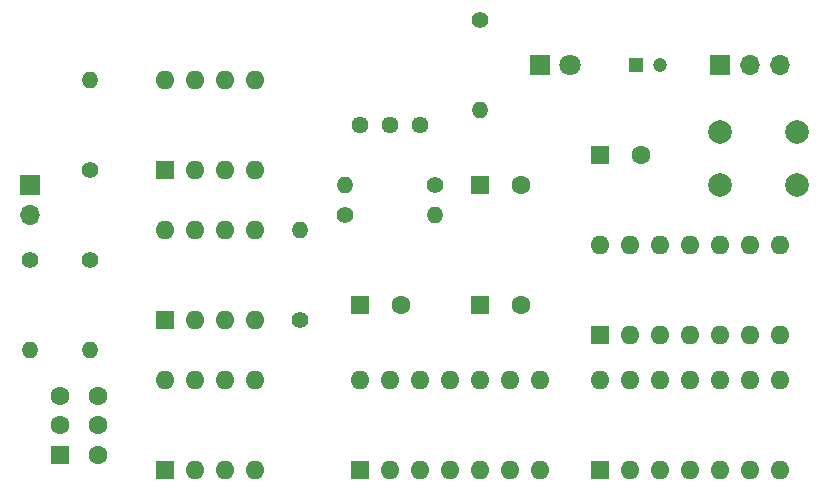
<source format=gbr>
%TF.GenerationSoftware,KiCad,Pcbnew,(6.0.6-0)*%
%TF.CreationDate,2022-10-19T22:33:39-04:00*%
%TF.ProjectId,Clock Module,436c6f63-6b20-44d6-9f64-756c652e6b69,rev?*%
%TF.SameCoordinates,Original*%
%TF.FileFunction,Soldermask,Bot*%
%TF.FilePolarity,Negative*%
%FSLAX46Y46*%
G04 Gerber Fmt 4.6, Leading zero omitted, Abs format (unit mm)*
G04 Created by KiCad (PCBNEW (6.0.6-0)) date 2022-10-19 22:33:39*
%MOMM*%
%LPD*%
G01*
G04 APERTURE LIST*
%ADD10C,1.400000*%
%ADD11O,1.400000X1.400000*%
%ADD12R,1.600000X1.600000*%
%ADD13O,1.600000X1.600000*%
%ADD14C,1.600000*%
%ADD15R,1.700000X1.700000*%
%ADD16O,1.700000X1.700000*%
%ADD17C,1.440000*%
%ADD18R,1.800000X1.800000*%
%ADD19C,1.800000*%
%ADD20R,1.200000X1.200000*%
%ADD21C,1.200000*%
%ADD22C,2.000000*%
G04 APERTURE END LIST*
D10*
%TO.C,R1*%
X74930000Y-76200000D03*
D11*
X67310000Y-76200000D03*
%TD*%
D12*
%TO.C,U6*%
X88895000Y-100320000D03*
D13*
X91435000Y-100320000D03*
X93975000Y-100320000D03*
X96515000Y-100320000D03*
X99055000Y-100320000D03*
X101595000Y-100320000D03*
X104135000Y-100320000D03*
X104135000Y-92700000D03*
X101595000Y-92700000D03*
X99055000Y-92700000D03*
X96515000Y-92700000D03*
X93975000Y-92700000D03*
X91435000Y-92700000D03*
X88895000Y-92700000D03*
%TD*%
D10*
%TO.C,R5*%
X40640000Y-82550000D03*
D11*
X40640000Y-90170000D03*
%TD*%
D12*
%TO.C,C4*%
X88900000Y-73660000D03*
D14*
X92400000Y-73660000D03*
%TD*%
D12*
%TO.C,U3*%
X52080000Y-100320000D03*
D13*
X54620000Y-100320000D03*
X57160000Y-100320000D03*
X59700000Y-100320000D03*
X59700000Y-92700000D03*
X57160000Y-92700000D03*
X54620000Y-92700000D03*
X52080000Y-92700000D03*
%TD*%
D10*
%TO.C,R4*%
X45720000Y-74930000D03*
D11*
X45720000Y-67310000D03*
%TD*%
D15*
%TO.C,J2*%
X99060000Y-66040000D03*
D16*
X101600000Y-66040000D03*
X104140000Y-66040000D03*
%TD*%
D12*
%TO.C,U2*%
X52080000Y-87620000D03*
D13*
X54620000Y-87620000D03*
X57160000Y-87620000D03*
X59700000Y-87620000D03*
X59700000Y-80000000D03*
X57160000Y-80000000D03*
X54620000Y-80000000D03*
X52080000Y-80000000D03*
%TD*%
D10*
%TO.C,R2*%
X67310000Y-78740000D03*
D11*
X74930000Y-78740000D03*
%TD*%
D12*
%TO.C,U1*%
X52080000Y-74920000D03*
D13*
X54620000Y-74920000D03*
X57160000Y-74920000D03*
X59700000Y-74920000D03*
X59700000Y-67300000D03*
X57160000Y-67300000D03*
X54620000Y-67300000D03*
X52080000Y-67300000D03*
%TD*%
D17*
%TO.C,RV1*%
X68580000Y-71120000D03*
X71120000Y-71120000D03*
X73660000Y-71120000D03*
%TD*%
D15*
%TO.C,J1*%
X40640000Y-76200000D03*
D16*
X40640000Y-78740000D03*
%TD*%
D12*
%TO.C,C1*%
X68580000Y-86360000D03*
D14*
X72080000Y-86360000D03*
%TD*%
D18*
%TO.C,D1*%
X83820000Y-66040000D03*
D19*
X86360000Y-66040000D03*
%TD*%
D12*
%TO.C,U5*%
X88900000Y-88900000D03*
D13*
X91440000Y-88900000D03*
X93980000Y-88900000D03*
X96520000Y-88900000D03*
X99060000Y-88900000D03*
X101600000Y-88900000D03*
X104140000Y-88900000D03*
X104140000Y-81280000D03*
X101600000Y-81280000D03*
X99060000Y-81280000D03*
X96520000Y-81280000D03*
X93980000Y-81280000D03*
X91440000Y-81280000D03*
X88900000Y-81280000D03*
%TD*%
D10*
%TO.C,R6*%
X45720000Y-82550000D03*
D11*
X45720000Y-90170000D03*
%TD*%
D12*
%TO.C,U4*%
X68575000Y-100320000D03*
D13*
X71115000Y-100320000D03*
X73655000Y-100320000D03*
X76195000Y-100320000D03*
X78735000Y-100320000D03*
X81275000Y-100320000D03*
X83815000Y-100320000D03*
X83815000Y-92700000D03*
X81275000Y-92700000D03*
X78735000Y-92700000D03*
X76195000Y-92700000D03*
X73655000Y-92700000D03*
X71115000Y-92700000D03*
X68575000Y-92700000D03*
%TD*%
D12*
%TO.C,SW1*%
X43180000Y-99060000D03*
D14*
X43180000Y-96560000D03*
X43180000Y-94060000D03*
X46380000Y-99060000D03*
X46380000Y-96560000D03*
X46380000Y-94060000D03*
%TD*%
D20*
%TO.C,C2*%
X91980000Y-66040000D03*
D21*
X93980000Y-66040000D03*
%TD*%
D12*
%TO.C,C5*%
X78740000Y-86360000D03*
D14*
X82240000Y-86360000D03*
%TD*%
D10*
%TO.C,R3*%
X63500000Y-87630000D03*
D11*
X63500000Y-80010000D03*
%TD*%
D22*
%TO.C,SW2*%
X105560000Y-71700000D03*
X99060000Y-71700000D03*
X105560000Y-76200000D03*
X99060000Y-76200000D03*
%TD*%
D12*
%TO.C,C3*%
X78740000Y-76200000D03*
D14*
X82240000Y-76200000D03*
%TD*%
D10*
%TO.C,R7*%
X78740000Y-62230000D03*
D11*
X78740000Y-69850000D03*
%TD*%
M02*

</source>
